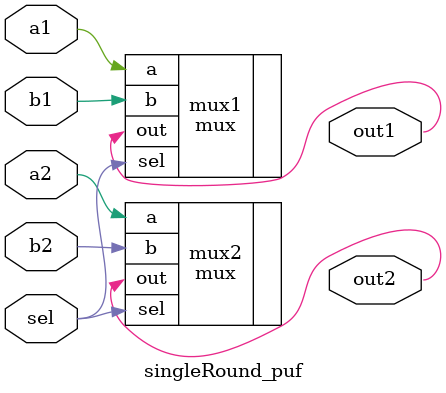
<source format=v>
module singleRound_puf #(
   parameter [7:0] DELAY = 200
) (
   input a1,
   input b1,
   input a2,
   input b2,
   input sel,
   output out1,
   output out2
);

mux #(
    .DELAY(DELAY [3:0])
) mux1 (
    .a(a1),
    .b(b1),
    .sel(sel),
    .out(out1)
);


mux #(
    .DELAY(DELAY [7:4])
) mux2 (
    .a(a2),
    .b(b2),
    .sel(sel),
    .out(out2)
);


endmodule


</source>
